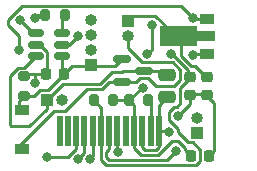
<source format=gbr>
%TF.GenerationSoftware,KiCad,Pcbnew,(6.0.7-1)-1*%
%TF.CreationDate,2022-12-10T20:08:06+13:00*%
%TF.ProjectId,bauble_pcb,62617562-6c65-45f7-9063-622e6b696361,rev?*%
%TF.SameCoordinates,Original*%
%TF.FileFunction,Copper,L1,Top*%
%TF.FilePolarity,Positive*%
%FSLAX46Y46*%
G04 Gerber Fmt 4.6, Leading zero omitted, Abs format (unit mm)*
G04 Created by KiCad (PCBNEW (6.0.7-1)-1) date 2022-12-10 20:08:06*
%MOMM*%
%LPD*%
G01*
G04 APERTURE LIST*
G04 Aperture macros list*
%AMRoundRect*
0 Rectangle with rounded corners*
0 $1 Rounding radius*
0 $2 $3 $4 $5 $6 $7 $8 $9 X,Y pos of 4 corners*
0 Add a 4 corners polygon primitive as box body*
4,1,4,$2,$3,$4,$5,$6,$7,$8,$9,$2,$3,0*
0 Add four circle primitives for the rounded corners*
1,1,$1+$1,$2,$3*
1,1,$1+$1,$4,$5*
1,1,$1+$1,$6,$7*
1,1,$1+$1,$8,$9*
0 Add four rect primitives between the rounded corners*
20,1,$1+$1,$2,$3,$4,$5,0*
20,1,$1+$1,$4,$5,$6,$7,0*
20,1,$1+$1,$6,$7,$8,$9,0*
20,1,$1+$1,$8,$9,$2,$3,0*%
%AMFreePoly0*
4,1,9,3.862500,-0.866500,0.737500,-0.866500,0.737500,-0.450000,-0.737500,-0.450000,-0.737500,0.450000,0.737500,0.450000,0.737500,0.866500,3.862500,0.866500,3.862500,-0.866500,3.862500,-0.866500,$1*%
G04 Aperture macros list end*
%TA.AperFunction,SMDPad,CuDef*%
%ADD10R,0.500000X2.500000*%
%TD*%
%TA.AperFunction,ComponentPad*%
%ADD11R,1.000000X1.000000*%
%TD*%
%TA.AperFunction,ComponentPad*%
%ADD12O,1.000000X1.000000*%
%TD*%
%TA.AperFunction,SMDPad,CuDef*%
%ADD13R,1.300000X0.900000*%
%TD*%
%TA.AperFunction,SMDPad,CuDef*%
%ADD14FreePoly0,180.000000*%
%TD*%
%TA.AperFunction,SMDPad,CuDef*%
%ADD15RoundRect,0.225000X-0.250000X0.225000X-0.250000X-0.225000X0.250000X-0.225000X0.250000X0.225000X0*%
%TD*%
%TA.AperFunction,SMDPad,CuDef*%
%ADD16RoundRect,0.200000X-0.200000X-0.275000X0.200000X-0.275000X0.200000X0.275000X-0.200000X0.275000X0*%
%TD*%
%TA.AperFunction,SMDPad,CuDef*%
%ADD17RoundRect,0.200000X0.200000X0.275000X-0.200000X0.275000X-0.200000X-0.275000X0.200000X-0.275000X0*%
%TD*%
%TA.AperFunction,SMDPad,CuDef*%
%ADD18RoundRect,0.150000X-0.512500X-0.150000X0.512500X-0.150000X0.512500X0.150000X-0.512500X0.150000X0*%
%TD*%
%TA.AperFunction,SMDPad,CuDef*%
%ADD19RoundRect,0.225000X0.225000X0.250000X-0.225000X0.250000X-0.225000X-0.250000X0.225000X-0.250000X0*%
%TD*%
%TA.AperFunction,SMDPad,CuDef*%
%ADD20RoundRect,0.250000X-0.475000X0.250000X-0.475000X-0.250000X0.475000X-0.250000X0.475000X0.250000X0*%
%TD*%
%TA.AperFunction,SMDPad,CuDef*%
%ADD21RoundRect,0.200000X0.275000X-0.200000X0.275000X0.200000X-0.275000X0.200000X-0.275000X-0.200000X0*%
%TD*%
%TA.AperFunction,SMDPad,CuDef*%
%ADD22RoundRect,0.225000X-0.225000X-0.250000X0.225000X-0.250000X0.225000X0.250000X-0.225000X0.250000X0*%
%TD*%
%TA.AperFunction,SMDPad,CuDef*%
%ADD23RoundRect,0.150000X-0.587500X-0.150000X0.587500X-0.150000X0.587500X0.150000X-0.587500X0.150000X0*%
%TD*%
%TA.AperFunction,SMDPad,CuDef*%
%ADD24R,1.200000X0.900000*%
%TD*%
%TA.AperFunction,ViaPad*%
%ADD25C,0.800000*%
%TD*%
%TA.AperFunction,Conductor*%
%ADD26C,0.250000*%
%TD*%
G04 APERTURE END LIST*
D10*
%TO.P,DISP1,1,TP0*%
%TO.N,unconnected-(DISP1-Pad1)*%
X142200000Y-101300000D03*
%TO.P,DISP1,2,TP1*%
%TO.N,unconnected-(DISP1-Pad2)*%
X142900000Y-101300000D03*
%TO.P,DISP1,3,SDA*%
%TO.N,LCD_SDA*%
X143600000Y-101300000D03*
%TO.P,DISP1,4,SCL*%
%TO.N,LCD_SCL*%
X144300000Y-101300000D03*
%TO.P,DISP1,5,RS*%
%TO.N,LCD_RS*%
X145000000Y-101300000D03*
%TO.P,DISP1,6,RES*%
%TO.N,EN*%
X145700000Y-101300000D03*
%TO.P,DISP1,7,CS*%
%TO.N,LCD_CS*%
X146400000Y-101300000D03*
%TO.P,DISP1,8,GND*%
%TO.N,GND*%
X147100000Y-101300000D03*
%TO.P,DISP1,9,NC*%
%TO.N,unconnected-(DISP1-Pad9)*%
X147800000Y-101300000D03*
%TO.P,DISP1,10,VCC*%
%TO.N,+3V3*%
X148500000Y-101300000D03*
%TO.P,DISP1,11,LEDK*%
%TO.N,GND*%
X149200000Y-101300000D03*
%TO.P,DISP1,12,LEDA*%
%TO.N,Net-(DISP1-Pad12)*%
X149900000Y-101300000D03*
%TO.P,DISP1,13,GND*%
%TO.N,GND*%
X150600000Y-101300000D03*
%TD*%
D11*
%TO.P,J4,1,Pin_1*%
%TO.N,VBAT_SW*%
X148000000Y-92000000D03*
D12*
%TO.P,J4,2,Pin_2*%
%TO.N,Net-(D1-Pad1)*%
X148000000Y-93270000D03*
%TD*%
D13*
%TO.P,U1,1,GND*%
%TO.N,GND*%
X154650000Y-94800000D03*
D14*
%TO.P,U1,2,VIN*%
%TO.N,VBAT_SW*%
X154562500Y-93300000D03*
D13*
%TO.P,U1,3,VOUT*%
%TO.N,+3V3*%
X154650000Y-91800000D03*
%TD*%
D15*
%TO.P,C3,1*%
%TO.N,EN*%
X153200000Y-96725000D03*
%TO.P,C3,2*%
%TO.N,GND*%
X153200000Y-98275000D03*
%TD*%
D11*
%TO.P,J2,1,Pin_1*%
%TO.N,VBUS*%
X144900000Y-95700000D03*
D12*
%TO.P,J2,2,Pin_2*%
%TO.N,Net-(J2-Pad2)*%
X144900000Y-94430000D03*
%TO.P,J2,3,Pin_3*%
%TO.N,Net-(J2-Pad3)*%
X144900000Y-93160000D03*
%TO.P,J2,4,Pin_4*%
%TO.N,GND*%
X144900000Y-91890000D03*
%TD*%
D16*
%TO.P,R4,1*%
%TO.N,+3V3*%
X148075000Y-98700000D03*
%TO.P,R4,2*%
%TO.N,Net-(DISP1-Pad12)*%
X149725000Y-98700000D03*
%TD*%
D15*
%TO.P,C1,1*%
%TO.N,VBAT_SW*%
X154700000Y-96725000D03*
%TO.P,C1,2*%
%TO.N,GND*%
X154700000Y-98275000D03*
%TD*%
D17*
%TO.P,R2,1*%
%TO.N,+3V3*%
X146725000Y-98700000D03*
%TO.P,R2,2*%
%TO.N,EN*%
X145075000Y-98700000D03*
%TD*%
%TO.P,R3,1*%
%TO.N,Net-(R3-Pad1)*%
X142625000Y-91500000D03*
%TO.P,R3,2*%
%TO.N,GND*%
X140975000Y-91500000D03*
%TD*%
D11*
%TO.P,J3,1,Pin_1*%
%TO.N,Net-(C5-Pad1)*%
X141100000Y-98700000D03*
D12*
%TO.P,J3,2,Pin_2*%
%TO.N,GND*%
X142370000Y-98700000D03*
%TD*%
D18*
%TO.P,U2,1,nCHRG*%
%TO.N,nCHRG*%
X140162500Y-93050000D03*
%TO.P,U2,2,GND*%
%TO.N,GND*%
X140162500Y-94000000D03*
%TO.P,U2,3,BAT*%
%TO.N,Net-(C5-Pad1)*%
X140162500Y-94950000D03*
%TO.P,U2,4,Vcc*%
%TO.N,VBUS*%
X142437500Y-94950000D03*
%TO.P,U2,5,nSTDBY*%
%TO.N,nSTDBY*%
X142437500Y-94000000D03*
%TO.P,U2,6,PROG*%
%TO.N,Net-(R3-Pad1)*%
X142437500Y-93050000D03*
%TD*%
D19*
%TO.P,C2,1*%
%TO.N,VBUS*%
X142575000Y-96500000D03*
%TO.P,C2,2*%
%TO.N,GND*%
X141025000Y-96500000D03*
%TD*%
D20*
%TO.P,C5,1*%
%TO.N,Net-(C5-Pad1)*%
X151300000Y-96550000D03*
%TO.P,C5,2*%
%TO.N,GND*%
X151300000Y-98450000D03*
%TD*%
D11*
%TO.P,J1,1,Pin_1*%
%TO.N,Net-(U3-Pad7)*%
X153800000Y-101450000D03*
D12*
%TO.P,J1,2,Pin_2*%
%TO.N,Net-(U3-Pad6)*%
X153800000Y-100180000D03*
%TD*%
D21*
%TO.P,R1,1*%
%TO.N,VBUS*%
X139200000Y-98325000D03*
%TO.P,R1,2*%
%TO.N,GND*%
X139200000Y-96675000D03*
%TD*%
D22*
%TO.P,C4,1*%
%TO.N,+3V3*%
X153325000Y-103400000D03*
%TO.P,C4,2*%
%TO.N,GND*%
X154875000Y-103400000D03*
%TD*%
D23*
%TO.P,Q1,1,G*%
%TO.N,VBUS*%
X147462500Y-95250000D03*
%TO.P,Q1,2,S*%
%TO.N,Net-(D1-Pad1)*%
X147462500Y-97150000D03*
%TO.P,Q1,3,D*%
%TO.N,Net-(C5-Pad1)*%
X149337500Y-96200000D03*
%TD*%
D24*
%TO.P,D1,1,K*%
%TO.N,Net-(D1-Pad1)*%
X139000000Y-102850000D03*
%TO.P,D1,2,A*%
%TO.N,VBUS*%
X139000000Y-99550000D03*
%TD*%
D25*
%TO.N,GND*%
X140100000Y-91700000D03*
X140124500Y-97202485D03*
X153463912Y-94879760D03*
X152200000Y-100000000D03*
X147153576Y-103049502D03*
X151500000Y-101400000D03*
%TO.N,EN*%
X151597515Y-94775500D03*
%TO.N,+3V3*%
X149241171Y-97624500D03*
X138804876Y-94413408D03*
X153500000Y-91700000D03*
X150000000Y-92300000D03*
X149640059Y-94775500D03*
%TO.N,LCD_CS*%
X152031116Y-103011182D03*
%TO.N,LCD_RS*%
X144788049Y-103665736D03*
%TO.N,LCD_SCL*%
X143789147Y-103700376D03*
%TO.N,LCD_SDA*%
X141100000Y-103500000D03*
%TO.N,nCHRG*%
X138812299Y-91912299D03*
%TO.N,nSTDBY*%
X143737701Y-93237701D03*
%TD*%
D26*
%TO.N,VBAT_SW*%
X154800000Y-96525000D02*
X154625000Y-96525000D01*
X153675000Y-95800000D02*
X154600000Y-96725000D01*
X148424500Y-91575500D02*
X150300098Y-91575500D01*
X154562500Y-93300000D02*
X153100000Y-93300000D01*
X150300098Y-91575500D02*
X152024598Y-93300000D01*
X152024598Y-93300000D02*
X154562500Y-93300000D01*
X153100000Y-93300000D02*
X152500000Y-93900000D01*
X152500000Y-94940447D02*
X153359553Y-95800000D01*
X153359553Y-95800000D02*
X153675000Y-95800000D01*
X152500000Y-93900000D02*
X152500000Y-94940447D01*
X148000000Y-92000000D02*
X148424500Y-91575500D01*
%TO.N,GND*%
X149200000Y-102664310D02*
X149410690Y-102875000D01*
X154600000Y-98275000D02*
X155249501Y-98924501D01*
X140300000Y-91500000D02*
X140100000Y-91700000D01*
X140546751Y-94000000D02*
X141150000Y-94603249D01*
X141025000Y-96500000D02*
X140100000Y-96500000D01*
X154650000Y-94800000D02*
X154650000Y-94950000D01*
X140100000Y-96500000D02*
X139375000Y-96500000D01*
X140162500Y-94000000D02*
X140546751Y-94000000D01*
X155249501Y-103025499D02*
X154875000Y-103400000D01*
X154650000Y-94800000D02*
X153600000Y-94800000D01*
X141150000Y-94603249D02*
X141150000Y-96375000D01*
X147100000Y-101100000D02*
X147100000Y-102995926D01*
X141150000Y-96375000D02*
X141025000Y-96500000D01*
X150375499Y-102875000D02*
X150600000Y-102650499D01*
X150600000Y-102650499D02*
X150600000Y-101300000D01*
X149200000Y-101300000D02*
X149200000Y-102664310D01*
X150600000Y-101300000D02*
X151400000Y-101300000D01*
X139375000Y-96500000D02*
X139200000Y-96675000D01*
X140975000Y-91500000D02*
X140300000Y-91500000D01*
X140100000Y-96500000D02*
X140100000Y-97177985D01*
X149410690Y-102875000D02*
X150375499Y-102875000D01*
X151400000Y-101300000D02*
X151500000Y-101400000D01*
X153200000Y-98275000D02*
X153200000Y-99000000D01*
X153200000Y-99000000D02*
X152200000Y-100000000D01*
X140100000Y-97177985D02*
X140124500Y-97202485D01*
X154225000Y-98175000D02*
X154600000Y-98550000D01*
X150600000Y-99150000D02*
X151300000Y-98450000D01*
X150600000Y-101300000D02*
X150600000Y-99150000D01*
X151300000Y-98175000D02*
X151475000Y-98175000D01*
X155249501Y-98924501D02*
X155249501Y-103025499D01*
X152900000Y-98175000D02*
X154225000Y-98175000D01*
X153600000Y-94800000D02*
X153300000Y-95100000D01*
X154650000Y-94950000D02*
X154650000Y-95050000D01*
X147100000Y-102995926D02*
X147153576Y-103049502D01*
%TO.N,VBUS*%
X139999598Y-98325000D02*
X139200000Y-98325000D01*
X143275000Y-95800000D02*
X144900000Y-95800000D01*
X138800000Y-99550000D02*
X138800000Y-98725000D01*
X142437500Y-96362500D02*
X142575000Y-96500000D01*
X142575000Y-96500000D02*
X143275000Y-95800000D01*
X142437500Y-94950000D02*
X142437500Y-96362500D01*
X140500098Y-97824500D02*
X139999598Y-98325000D01*
X141250500Y-97824500D02*
X140500098Y-97824500D01*
X142575000Y-96500000D02*
X141250500Y-97824500D01*
X146912500Y-95800000D02*
X147462500Y-95250000D01*
X138800000Y-98725000D02*
X139200000Y-98325000D01*
X144900000Y-95800000D02*
X146912500Y-95800000D01*
%TO.N,EN*%
X151899902Y-99275500D02*
X152099902Y-99275500D01*
X153100000Y-96176137D02*
X151699363Y-94775500D01*
X145700000Y-101300000D02*
X145700000Y-103800000D01*
X151475500Y-100350902D02*
X151475500Y-99699902D01*
X146123503Y-104223503D02*
X153754314Y-104223503D01*
X153754314Y-104223503D02*
X154100000Y-103877817D01*
X153475000Y-102275000D02*
X153099598Y-102275000D01*
X152400000Y-98975402D02*
X152400000Y-97623863D01*
X153200000Y-96823863D02*
X153200000Y-96725000D01*
X154100000Y-103877817D02*
X154100000Y-102900000D01*
X145700000Y-101100000D02*
X145700000Y-99325000D01*
X151699363Y-94775500D02*
X151597515Y-94775500D01*
X145700000Y-103800000D02*
X146123503Y-104223503D01*
X153100000Y-96725000D02*
X153100000Y-96176137D01*
X152400000Y-97623863D02*
X153200000Y-96823863D01*
X152224500Y-101099902D02*
X151475500Y-100350902D01*
X152224500Y-101399902D02*
X152224500Y-101099902D01*
X153099598Y-102275000D02*
X152224500Y-101399902D01*
X151475500Y-99699902D02*
X151899902Y-99275500D01*
X154100000Y-102900000D02*
X153475000Y-102275000D01*
X152099902Y-99275500D02*
X152400000Y-98975402D01*
X145700000Y-99325000D02*
X145075000Y-98700000D01*
%TO.N,+3V3*%
X150000000Y-94415559D02*
X149640059Y-94775500D01*
X150000000Y-92300000D02*
X150000000Y-94415559D01*
X137800000Y-92300000D02*
X137800000Y-91900000D01*
X151711395Y-102175500D02*
X152239810Y-102175500D01*
X139000000Y-90700000D02*
X152500000Y-90700000D01*
X150562394Y-103324501D02*
X151711395Y-102175500D01*
X152500000Y-90700000D02*
X153500000Y-91700000D01*
X149150500Y-97624500D02*
X149241171Y-97624500D01*
X148500000Y-99125000D02*
X148500000Y-102750000D01*
X152824999Y-102899999D02*
X153325000Y-103400000D01*
X146725000Y-98700000D02*
X148075000Y-98700000D01*
X148075000Y-98700000D02*
X149150500Y-97624500D01*
X154650000Y-91800000D02*
X153600000Y-91800000D01*
X138804876Y-94413408D02*
X138804876Y-93304876D01*
X152239810Y-102175500D02*
X152824999Y-102760689D01*
X153600000Y-91800000D02*
X153500000Y-91700000D01*
X149074501Y-103324501D02*
X150562394Y-103324501D01*
X148500000Y-102750000D02*
X149074501Y-103324501D01*
X137800000Y-91900000D02*
X139000000Y-90700000D01*
X152824999Y-102760689D02*
X152824999Y-102899999D01*
X138804876Y-93304876D02*
X137800000Y-92300000D01*
X148075000Y-98700000D02*
X148500000Y-99125000D01*
%TO.N,Net-(C5-Pad1)*%
X138707538Y-95950000D02*
X138000000Y-96657538D01*
X140162500Y-94950000D02*
X139162500Y-95950000D01*
X150950000Y-96200000D02*
X151300000Y-96550000D01*
X139162500Y-95950000D02*
X138707538Y-95950000D01*
X138000000Y-96657538D02*
X138000000Y-100800000D01*
X146636158Y-96300000D02*
X147500000Y-96300000D01*
X147500000Y-96300000D02*
X147600000Y-96200000D01*
X141100000Y-99450000D02*
X141100000Y-98700000D01*
X141100000Y-98700000D02*
X142500000Y-97300000D01*
X138100000Y-100900000D02*
X139650000Y-100900000D01*
X145636158Y-97300000D02*
X146636158Y-96300000D01*
X141025000Y-98445000D02*
X141180000Y-98600000D01*
X149337500Y-96200000D02*
X150950000Y-96200000D01*
X142500000Y-97300000D02*
X145636158Y-97300000D01*
X138000000Y-100800000D02*
X138100000Y-100900000D01*
X147600000Y-96200000D02*
X149337500Y-96200000D01*
X139650000Y-100900000D02*
X141100000Y-99450000D01*
%TO.N,Net-(D1-Pad1)*%
X148975500Y-96824500D02*
X149724500Y-96824500D01*
X144487226Y-97749501D02*
X145822347Y-97749501D01*
X138800000Y-102850000D02*
X138800000Y-102550000D01*
X147765000Y-93270000D02*
X148000000Y-93270000D01*
X152399999Y-96111826D02*
X151788173Y-95500000D01*
X146421848Y-97150000D02*
X147462500Y-97150000D01*
X151788173Y-95500000D02*
X149200000Y-95500000D01*
X150400000Y-97500000D02*
X151888173Y-97500000D01*
X151888173Y-97500000D02*
X152400000Y-96988173D01*
X145822347Y-97749501D02*
X146421848Y-97150000D01*
X152400000Y-96988173D02*
X152399999Y-96111826D01*
X148650000Y-97150000D02*
X148975500Y-96824500D01*
X142636727Y-99600000D02*
X144487226Y-97749501D01*
X148000000Y-94300000D02*
X148000000Y-93270000D01*
X149200000Y-95500000D02*
X148000000Y-94300000D01*
X138800000Y-102550000D02*
X141750000Y-99600000D01*
X141750000Y-99600000D02*
X142636727Y-99600000D01*
X147462500Y-97150000D02*
X148650000Y-97150000D01*
X149724500Y-96824500D02*
X150400000Y-97500000D01*
%TO.N,LCD_CS*%
X151268296Y-103774002D02*
X152031116Y-103011182D01*
X146409692Y-103774002D02*
X151268296Y-103774002D01*
X146400000Y-101300000D02*
X146400000Y-102800000D01*
X146149501Y-103050499D02*
X146149501Y-103513811D01*
X146400000Y-102800000D02*
X146149501Y-103050499D01*
X146149501Y-103513811D02*
X146409692Y-103774002D01*
%TO.N,LCD_RS*%
X145000000Y-103453785D02*
X144788049Y-103665736D01*
X145000000Y-101300000D02*
X145000000Y-103453785D01*
%TO.N,LCD_SCL*%
X144300000Y-103129187D02*
X143789147Y-103640040D01*
X144300000Y-101300000D02*
X144300000Y-103129187D01*
X143789147Y-103640040D02*
X143789147Y-103700376D01*
%TO.N,LCD_SDA*%
X143600000Y-101300000D02*
X143600000Y-102800000D01*
X142900000Y-103500000D02*
X141100000Y-103500000D01*
X143600000Y-102800000D02*
X142900000Y-103500000D01*
%TO.N,Net-(DISP1-Pad12)*%
X149900000Y-101100000D02*
X149900000Y-98725000D01*
%TO.N,Net-(R3-Pad1)*%
X142437500Y-93050000D02*
X142437500Y-91687500D01*
X142437500Y-91687500D02*
X142625000Y-91500000D01*
%TO.N,nCHRG*%
X139950000Y-93050000D02*
X138812299Y-91912299D01*
X140162500Y-93050000D02*
X139950000Y-93050000D01*
%TO.N,nSTDBY*%
X142437500Y-94000000D02*
X142975402Y-94000000D01*
X142975402Y-94000000D02*
X143737701Y-93237701D01*
%TD*%
M02*

</source>
